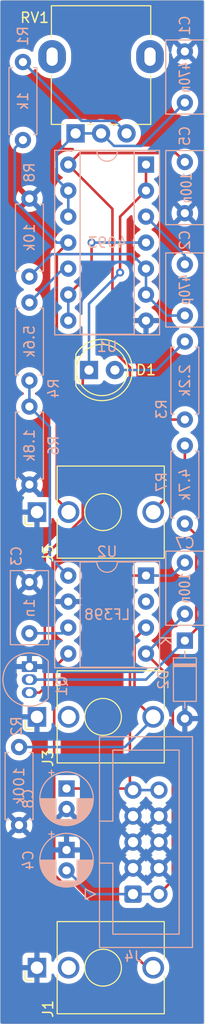
<source format=kicad_pcb>
(kicad_pcb (version 20240108) (generator "pcbnew") (generator_version "8.0")
  (layers (0 "F.Cu" signal) (31 "B.Cu" signal) (34 "B.Paste" user) (35 "F.Paste" user) (36 "B.SilkS" user "B.Silkscreen") (37 "F.SilkS" user "F.Silkscreen") (38 "B.Mask" user) (39 "F.Mask" user) (44 "Edge.Cuts" user))
  (net 0 "")
  (net 1 "Net-(C1-Pad2)")
  (net 2 "GND")
  (net 3 "Net-(C2-Pad2)")
  (net 4 "Net-(C2-Pad1)")
  (net 5 "Net-(U2-C_{h})")
  (net 6 "+12V")
  (net 7 "-12V")
  (net 8 "Net-(D1-K)")
  (net 9 "Net-(D1-A)")
  (net 10 "Net-(D2-K)")
  (net 11 "Net-(J1-PadT)")
  (net 12 "Net-(R1-Pad2)")
  (net 13 "Net-(R4-Pad2)")
  (net 15 "Net-(U1-Pad4)")
  (net 17 "Net-(U2-I)")
  (net 18 "Net-(J5-PadTN)")
  (net 19 "Net-(J5-PadT)")
  (net 20 "Net-(U2-Hold)")
  (footprint "LED_THT:LED_D5.0mm" (layer "F.Cu") (at 28.702 71.12)
    (property "Reference" "D1" (at 5.588 0 0) (layer "F.SilkS"))
    (property "Value" "LED")
    (pad "1" thru_hole rect (at 0 0) (size 1.8 1.8) (drill 0.9) (layers "*.Cu" "*.Mask") (net 8 "Net-(D1-K)"))
    (pad "2" thru_hole circle (at 2.54 0) (size 1.8 1.8) (drill 0.9) (layers "*.Cu" "*.Mask") (net 9 "Net-(D1-A)"))
  )
  (footprint "Potentiometer_THT:Potentiometer_Alpha_RD901F-40-00D_Single_Vertical" (layer "F.Cu") (at 27.385 48.006 90)
    (property "Reference" "RV1" (at 11.303 -4.017 0) (layer "F.SilkS"))
    (property "Value" "1M")
    (pad "" thru_hole oval (at 7.5 -2.3 180) (size 2.72 3.24) (drill oval 1.1 1.8) (layers "*.Cu" "*.Mask"))
    (pad "" thru_hole oval (at 7.5 7.3 180) (size 2.72 3.24) (drill oval 1.1 1.8) (layers "*.Cu" "*.Mask"))
    (pad "1" thru_hole rect (at 0 0 180) (size 1.8 1.8) (drill 1) (layers "*.Cu" "*.Mask") (net 1 "Net-(C1-Pad2)"))
    (pad "2" thru_hole circle (at 0 2.5 180) (size 1.8 1.8) (drill 1) (layers "*.Cu" "*.Mask") (net 1 "Net-(C1-Pad2)"))
    (pad "3" thru_hole circle (at 0 5 180) (size 1.8 1.8) (drill 1) (layers "*.Cu" "*.Mask") (net 12 "Net-(R1-Pad2)"))
  )
  (footprint "Connector_Audio:Jack_3.5mm_QingPu_WQP-PJ398SM_Vertical_CircularHoles" (layer "F.Cu") (at 23.6 85 90)
    (property "Reference" "J5" (at -4.03 1.08 -90) (layer "F.SilkS"))
    (property "Value" "Trigger")
    (pad "S" thru_hole rect (at 0 0 270) (size 1.93 1.83) (drill 1.22) (layers "*.Cu" "*.Mask") (net 2 "GND"))
    (pad "T" thru_hole circle (at 0 11.4 270) (size 2.13 2.13) (drill 1.43) (layers "*.Cu" "*.Mask") (net 19 "Net-(J5-PadT)"))
    (pad "TN" thru_hole circle (at 0 3.1 270) (size 2.13 2.13) (drill 1.42) (layers "*.Cu" "*.Mask") (net 18 "Net-(J5-PadTN)"))
    (zone (net 0) (net_name "") (layer "F.Cu") (connect_pads (clearance 0)) (min_thickness 0.254)
      (keepout (tracks not_allowed) (vias not_allowed) (pads not_allowed) (copperpour not_allowed) (footprints not_allowed))
      (fill (thermal_gap 0.508) (thermal_bridge_width 0.508))
      (polygon (pts (xy 30.08 83.494859) (xy 29.834171 83.51507) (xy 29.594945 83.575159) (xy 29.368744 83.673514) (xy 29.161645 83.807492) (xy 28.97921 83.973496) (xy 28.826336 84.167068) (xy 28.707131 84.383008) (xy 28.624794 84.615518) (xy 28.581539 84.858354) (xy 28.578525 85.104993) (xy 28.615835 85.348813) (xy 28.692466 85.583266) (xy 28.80636 85.802054) (xy 28.954458 85.999303) (xy 29.132784 86.169714) (xy 29.336548 86.308712) (xy 29.560278 86.412564) (xy 29.797965 86.478481) (xy 30.043226 86.504692) (xy 30.289475 86.490493) (xy 30.530099 86.436266) (xy 30.758634 86.343468) (xy 30.968945 86.214589) (xy 31.155382 86.053092) (xy 31.312939 85.863313) (xy 31.437385 85.65035) (xy 31.525377 85.419921) (xy 31.574553 85.178215) (xy 31.583592 84.931722) (xy 31.55225 84.687064) (xy 31.48137 84.450809) (xy 31.372856 84.229303) (xy 31.229621 84.028495) (xy 31.055512 83.853777) (xy 30.855205 83.709842) (xy 30.634079 83.600555) (xy 30.398074 83.528851) (xy 30.153526 83.496656)))
    )
  )
  (footprint "Connector_Audio:Jack_3.5mm_QingPu_WQP-PJ398SM_Vertical_CircularHoles" (layer "F.Cu") (at 23.6 105 90)
    (property "Reference" "J3" (at -4.03 1.08 -90) (layer "F.SilkS"))
    (property "Value" "Input")
    (pad "S" thru_hole rect (at 0 0 270) (size 1.93 1.83) (drill 1.22) (layers "*.Cu" "*.Mask") (net 2 "GND"))
    (pad "T" thru_hole circle (at 0 11.4 270) (size 2.13 2.13) (drill 1.43) (layers "*.Cu" "*.Mask") (net 17 "Net-(U2-I)"))
    (pad "TN" thru_hole circle (at 0 3.1 270) (size 2.13 2.13) (drill 1.42) (layers "*.Cu" "*.Mask"))
    (zone (net 0) (net_name "") (layer "F.Cu") (connect_pads (clearance 0)) (min_thickness 0.254)
      (keepout (tracks not_allowed) (vias not_allowed) (pads not_allowed) (copperpour not_allowed) (footprints not_allowed))
      (fill (thermal_gap 0.508) (thermal_bridge_width 0.508))
      (polygon (pts (xy 30.08 103.494859) (xy 29.834171 103.51507) (xy 29.594945 103.575159) (xy 29.368744 103.673514) (xy 29.161645 103.807492) (xy 28.97921 103.973496) (xy 28.826336 104.167068) (xy 28.707131 104.383008) (xy 28.624794 104.615518) (xy 28.581539 104.858354) (xy 28.578525 105.104993) (xy 28.615835 105.348813) (xy 28.692466 105.583266) (xy 28.80636 105.802054) (xy 28.954458 105.999303) (xy 29.132784 106.169714) (xy 29.336548 106.308712) (xy 29.560278 106.412564) (xy 29.797965 106.478481) (xy 30.043226 106.504692) (xy 30.289475 106.490493) (xy 30.530099 106.436266) (xy 30.758634 106.343468) (xy 30.968945 106.214589) (xy 31.155382 106.053092) (xy 31.312939 105.863313) (xy 31.437385 105.65035) (xy 31.525377 105.419921) (xy 31.574553 105.178215) (xy 31.583592 104.931722) (xy 31.55225 104.687064) (xy 31.48137 104.450809) (xy 31.372856 104.229303) (xy 31.229621 104.028495) (xy 31.055512 103.853777) (xy 30.855205 103.709842) (xy 30.634079 103.600555) (xy 30.398074 103.528851) (xy 30.153526 103.496656)))
    )
  )
  (footprint "Connector_Audio:Jack_3.5mm_QingPu_WQP-PJ398SM_Vertical_CircularHoles" (layer "F.Cu") (at 23.6 129.5 90)
    (property "Reference" "J1" (at -4.03 1.08 -90) (layer "F.SilkS"))
    (property "Value" "Output")
    (pad "S" thru_hole rect (at 0 0 270) (size 1.93 1.83) (drill 1.22) (layers "*.Cu" "*.Mask") (net 2 "GND"))
    (pad "T" thru_hole circle (at 0 11.4 270) (size 2.13 2.13) (drill 1.43) (layers "*.Cu" "*.Mask") (net 11 "Net-(J1-PadT)"))
    (pad "TN" thru_hole circle (at 0 3.1 270) (size 2.13 2.13) (drill 1.42) (layers "*.Cu" "*.Mask"))
    (zone (net 0) (net_name "") (layer "F.Cu") (connect_pads (clearance 0)) (min_thickness 0.254)
      (keepout (tracks not_allowed) (vias not_allowed) (pads not_allowed) (copperpour not_allowed) (footprints not_allowed))
      (fill (thermal_gap 0.508) (thermal_bridge_width 0.508))
      (polygon (pts (xy 30.08 127.994859) (xy 29.834171 128.01507) (xy 29.594945 128.075159) (xy 29.368744 128.173514) (xy 29.161645 128.307492) (xy 28.97921 128.473496) (xy 28.826336 128.667068) (xy 28.707131 128.883008) (xy 28.624794 129.115518) (xy 28.581539 129.358354) (xy 28.578525 129.604993) (xy 28.615835 129.848813) (xy 28.692466 130.083266) (xy 28.80636 130.302054) (xy 28.954458 130.499303) (xy 29.132784 130.669714) (xy 29.336548 130.808712) (xy 29.560278 130.912564) (xy 29.797965 130.978481) (xy 30.043226 131.004692) (xy 30.289475 130.990493) (xy 30.530099 130.936266) (xy 30.758634 130.843468) (xy 30.968945 130.714589) (xy 31.155382 130.553092) (xy 31.312939 130.363313) (xy 31.437385 130.15035) (xy 31.525377 129.919921) (xy 31.574553 129.678215) (xy 31.583592 129.431722) (xy 31.55225 129.187064) (xy 31.48137 128.950809) (xy 31.372856 128.729303) (xy 31.229621 128.528495) (xy 31.055512 128.353777) (xy 30.855205 128.209842) (xy 30.634079 128.100555) (xy 30.398074 128.028851) (xy 30.153526 127.996656)))
    )
  )
  (footprint "Capacitor_THT:C_Rect_L7.0mm_W3.5mm_P5.00mm" (layer "B.Cu") (at 38.1 40 -90)
    (property "Reference" "C1" (at -2.535 0 90) (layer "B.SilkS") (effects (justify mirror)))
    (property "Value" "470n" (at 2.545 0 90) (layer "B.SilkS") (effects (font (size 1 0.8)) (justify mirror)))
    (pad "1" thru_hole circle (at 0 0 270) (size 1.6 1.6) (drill 0.8) (layers "*.Cu" "*.Mask") (net 2 "GND"))
    (pad "2" thru_hole circle (at 5 0 270) (size 1.6 1.6) (drill 0.8) (layers "*.Cu" "*.Mask") (net 1 "Net-(C1-Pad2)"))
  )
  (footprint "Capacitor_THT:C_Rect_L7.0mm_W3.5mm_P5.00mm" (layer "B.Cu") (at 38.1 65.8 90)
    (property "Reference" "C2" (at 7.38 0 90) (layer "B.SilkS") (effects (justify mirror)))
    (property "Value" "470p" (at 2.54 0 90) (layer "B.SilkS") (effects (font (size 1 0.8)) (justify mirror)))
    (pad "1" thru_hole circle (at 0 0 90) (size 1.6 1.6) (drill 0.8) (layers "*.Cu" "*.Mask") (net 4 "Net-(C2-Pad1)"))
    (pad "2" thru_hole circle (at 5 0 90) (size 1.6 1.6) (drill 0.8) (layers "*.Cu" "*.Mask") (net 3 "Net-(C2-Pad2)"))
  )
  (footprint "Capacitor_THT:C_Rect_L7.0mm_W3.5mm_P5.00mm" (layer "B.Cu") (at 22.86 91.835 -90)
    (property "Reference" "C3" (at -2.54 1.27 90) (layer "B.SilkS") (effects (justify mirror)))
    (property "Value" "1n" (at 2.54 0 90) (layer "B.SilkS") (effects (justify mirror)))
    (pad "1" thru_hole circle (at 0 0 270) (size 1.6 1.6) (drill 0.8) (layers "*.Cu" "*.Mask") (net 2 "GND"))
    (pad "2" thru_hole circle (at 5 0 270) (size 1.6 1.6) (drill 0.8) (layers "*.Cu" "*.Mask") (net 5 "Net-(U2-C_{h})"))
  )
  (footprint "Diode_THT:D_DO-35_SOD27_P7.62mm_Horizontal" (layer "B.Cu") (at 38.1 97.55 -90)
    (property "Reference" "D2" (at 3.81 2.12 90) (layer "B.SilkS") (effects (justify mirror)))
    (property "Value" "1N4148")
    (fp_text user "K" (at 0 1.8 90) (layer "B.SilkS") (effects (justify mirror)))
    (pad "1" thru_hole rect (at 0 0 270) (size 1.6 1.6) (drill 0.8) (layers "*.Cu" "*.Mask") (net 10 "Net-(D2-K)"))
    (pad "2" thru_hole oval (at 7.62 0 270) (size 1.6 1.6) (drill 0.8) (layers "*.Cu" "*.Mask") (net 2 "GND"))
  )
  (footprint "Connector_IDC:IDC-Header_2x05_P2.54mm_Vertical" (layer "B.Cu") (at 33.02 122.315)
    (property "Reference" "J4" (at 0 6.1 0) (layer "B.SilkS") (effects (justify mirror)))
    (property "Value" "Power")
    (pad "1" thru_hole roundrect (at 0 0) (size 1.7 1.7) (drill 1) (layers "*.Cu" "*.Mask") (roundrect_rratio 0.1470588235) (net 7 "-12V"))
    (pad "2" thru_hole circle (at 2.54 0) (size 1.7 1.7) (drill 1) (layers "*.Cu" "*.Mask") (net 7 "-12V"))
    (pad "3" thru_hole circle (at 0 -2.54) (size 1.7 1.7) (drill 1) (layers "*.Cu" "*.Mask") (net 2 "GND"))
    (pad "4" thru_hole circle (at 2.54 -2.54) (size 1.7 1.7) (drill 1) (layers "*.Cu" "*.Mask") (net 2 "GND"))
    (pad "5" thru_hole circle (at 0 -5.08) (size 1.7 1.7) (drill 1) (layers "*.Cu" "*.Mask") (net 2 "GND"))
    (pad "6" thru_hole circle (at 2.54 -5.08) (size 1.7 1.7) (drill 1) (layers "*.Cu" "*.Mask") (net 2 "GND"))
    (pad "7" thru_hole circle (at 0 -7.62) (size 1.7 1.7) (drill 1) (layers "*.Cu" "*.Mask") (net 2 "GND"))
    (pad "8" thru_hole circle (at 2.54 -7.62) (size 1.7 1.7) (drill 1) (layers "*.Cu" "*.Mask") (net 2 "GND"))
    (pad "9" thru_hole circle (at 0 -10.16) (size 1.7 1.7) (drill 1) (layers "*.Cu" "*.Mask") (net 6 "+12V"))
    (pad "10" thru_hole circle (at 2.54 -10.16) (size 1.7 1.7) (drill 1) (layers "*.Cu" "*.Mask") (net 6 "+12V"))
  )
  (footprint "Package_TO_SOT_THT:TO-92_Inline" (layer "B.Cu") (at 22.86 100.09 -90)
    (property "Reference" "Q1" (at 1.905 -3.175 -90) (layer "B.SilkS") (effects (justify mirror)))
    (property "Value" "2N3904")
    (pad "1" thru_hole rect (at 0 0 270) (size 1.05 1.5) (drill 0.75) (layers "*.Cu" "*.Mask") (net 2 "GND"))
    (pad "2" thru_hole oval (at 1.27 0 270) (size 1.05 1.5) (drill 0.75) (layers "*.Cu" "*.Mask") (net 10 "Net-(D2-K)"))
    (pad "3" thru_hole oval (at 2.54 0 270) (size 1.05 1.5) (drill 0.75) (layers "*.Cu" "*.Mask") (net 8 "Net-(D1-K)"))
  )
  (footprint "Resistor_THT:R_Axial_DIN0207_L6.3mm_D2.5mm_P7.62mm_Horizontal" (layer "B.Cu") (at 22.225 48.655 90)
    (property "Reference" "R1" (at 10.16 0 -90) (layer "B.SilkS") (effects (justify mirror)))
    (property "Value" "1k" (at 3.81 0 -90) (layer "B.SilkS") (effects (justify mirror)))
    (pad "1" thru_hole circle (at 0 0 90) (size 1.6 1.6) (drill 0.8) (layers "*.Cu" "*.Mask") (net 18 "Net-(J5-PadTN)"))
    (pad "2" thru_hole oval (at 7.62 0 90) (size 1.6 1.6) (drill 0.8) (layers "*.Cu" "*.Mask") (net 12 "Net-(R1-Pad2)"))
  )
  (footprint "Resistor_THT:R_Axial_DIN0207_L6.3mm_D2.5mm_P7.62mm_Horizontal" (layer "B.Cu") (at 38.1 68.34 -90)
    (property "Reference" "R3" (at 6.604 2.286 90) (layer "B.SilkS") (effects (justify mirror)))
    (property "Value" "2.2k" (at 3.81 0 -90) (layer "B.SilkS") (effects (justify mirror)))
    (pad "1" thru_hole circle (at 0 0 270) (size 1.6 1.6) (drill 0.8) (layers "*.Cu" "*.Mask") (net 9 "Net-(D1-A)"))
    (pad "2" thru_hole oval (at 7.62 0 270) (size 1.6 1.6) (drill 0.8) (layers "*.Cu" "*.Mask") (net 6 "+12V"))
  )
  (footprint "Resistor_THT:R_Axial_DIN0207_L6.3mm_D2.5mm_P7.62mm_Horizontal" (layer "B.Cu") (at 22.86 72.15 90)
    (property "Reference" "R4" (at -0.762 2.37 -90) (layer "B.SilkS") (effects (justify mirror)))
    (property "Value" "5.6k" (at 3.81 0 -90) (layer "B.SilkS") (effects (justify mirror)))
    (pad "1" thru_hole circle (at 0 0 90) (size 1.6 1.6) (drill 0.8) (layers "*.Cu" "*.Mask") (net 20 "Net-(U2-Hold)"))
    (pad "2" thru_hole oval (at 7.62 0 90) (size 1.6 1.6) (drill 0.8) (layers "*.Cu" "*.Mask") (net 13 "Net-(R4-Pad2)"))
  )
  (footprint "Resistor_THT:R_Axial_DIN0207_L6.3mm_D2.5mm_P7.62mm_Horizontal" (layer "B.Cu") (at 22.86 82.31 90)
    (property "Reference" "R6" (at 3.81 2.37 90) (layer "B.SilkS") (effects (justify mirror)))
    (property "Value" "1.8k" (at 3.81 0 90) (layer "B.SilkS") (effects (justify mirror)))
    (pad "1" thru_hole circle (at 0 0 90) (size 1.6 1.6) (drill 0.8) (layers "*.Cu" "*.Mask") (net 2 "GND"))
    (pad "2" thru_hole oval (at 7.62 0 90) (size 1.6 1.6) (drill 0.8) (layers "*.Cu" "*.Mask") (net 20 "Net-(U2-Hold)"))
  )
  (footprint "Resistor_THT:R_Axial_DIN0207_L6.3mm_D2.5mm_P7.62mm_Horizontal" (layer "B.Cu") (at 38.1 86.12 90)
    (property "Reference" "R7" (at 4.064 -2.286 -90) (layer "B.SilkS") (effects (justify mirror)))
    (property "Value" "4.7k" (at 3.81 0 90) (layer "B.SilkS") (effects (justify mirror)))
    (pad "1" thru_hole circle (at 0 0 90) (size 1.6 1.6) (drill 0.8) (layers "*.Cu" "*.Mask") (net 10 "Net-(D2-K)"))
    (pad "2" thru_hole oval (at 7.62 0 90) (size 1.6 1.6) (drill 0.8) (layers "*.Cu" "*.Mask") (net 19 "Net-(J5-PadT)"))
  )
  (footprint "Resistor_THT:R_Axial_DIN0207_L6.3mm_D2.5mm_P7.62mm_Horizontal" (layer "B.Cu") (at 22.86 54.37 -90)
    (property "Reference" "R8" (at -2.54 0 90) (layer "B.SilkS") (effects (justify mirror)))
    (property "Value" "10k" (at 3.81 0 90) (layer "B.SilkS") (effects (justify mirror)))
    (pad "1" thru_hole circle (at 0 0 270) (size 1.6 1.6) (drill 0.8) (layers "*.Cu" "*.Mask") (net 2 "GND"))
    (pad "2" thru_hole oval (at 7.62 0 270) (size 1.6 1.6) (drill 0.8) (layers "*.Cu" "*.Mask") (net 4 "Net-(C2-Pad1)"))
  )
  (footprint "Package_DIP:DIP-14_W7.62mm_Socket" (layer "B.Cu") (at 34.29 51.054 180)
    (property "Reference" "U1" (at 3.81 -17.78 0) (layer "B.SilkS") (effects (justify mirror)))
    (property "Value" "4093" (at 3.81 -7.62 0) (layer "B.SilkS") (effects (justify mirror)))
    (pad "1" thru_hole rect (at 0 0 180) (size 1.6 1.6) (drill 0.8) (layers "*.Cu" "*.Mask") (net 8 "Net-(D1-K)"))
    (pad "2" thru_hole oval (at 0 -2.54 180) (size 1.6 1.6) (drill 0.8) (layers "*.Cu" "*.Mask") (net 8 "Net-(D1-K)"))
    (pad "3" thru_hole oval (at 0 -5.08 180) (size 1.6 1.6) (drill 0.8) (layers "*.Cu" "*.Mask") (net 3 "Net-(C2-Pad2)"))
    (pad "4" thru_hole oval (at 0 -7.62 180) (size 1.6 1.6) (drill 0.8) (layers "*.Cu" "*.Mask") (net 15 "Net-(U1-Pad4)"))
    (pad "5" thru_hole oval (at 0 -10.16 180) (size 1.6 1.6) (drill 0.8) (layers "*.Cu" "*.Mask") (net 4 "Net-(C2-Pad1)"))
    (pad "6" thru_hole oval (at 0 -12.7 180) (size 1.6 1.6) (drill 0.8) (layers "*.Cu" "*.Mask") (net 4 "Net-(C2-Pad1)"))
    (pad "7" thru_hole oval (at 0 -15.24 180) (size 1.6 1.6) (drill 0.8) (layers "*.Cu" "*.Mask") (net 2 "GND"))
    (pad "8" thru_hole oval (at 7.62 -15.24 180) (size 1.6 1.6) (drill 0.8) (layers "*.Cu" "*.Mask") (net 15 "Net-(U1-Pad4)"))
    (pad "9" thru_hole oval (at 7.62 -12.7 180) (size 1.6 1.6) (drill 0.8) (layers "*.Cu" "*.Mask") (net 15 "Net-(U1-Pad4)"))
    (pad "10" thru_hole oval (at 7.62 -10.16 180) (size 1.6 1.6) (drill 0.8) (layers "*.Cu" "*.Mask") (net 13 "Net-(R4-Pad2)"))
    (pad "11" thru_hole oval (at 7.62 -7.62 180) (size 1.6 1.6) (drill 0.8) (layers "*.Cu" "*.Mask") (net 18 "Net-(J5-PadTN)"))
    (pad "12" thru_hole oval (at 7.62 -5.08 180) (size 1.6 1.6) (drill 0.8) (layers "*.Cu" "*.Mask") (net 1 "Net-(C1-Pad2)"))
    (pad "13" thru_hole oval (at 7.62 -2.54 180) (size 1.6 1.6) (drill 0.8) (layers "*.Cu" "*.Mask") (net 1 "Net-(C1-Pad2)"))
    (pad "14" thru_hole oval (at 7.62 0 180) (size 1.6 1.6) (drill 0.8) (layers "*.Cu" "*.Mask") (net 6 "+12V"))
  )
  (footprint "Package_DIP:DIP-8_W7.62mm_Socket" (layer "B.Cu") (at 34.29 91.2 180)
    (property "Reference" "U2" (at 3.81 2.33 0) (layer "B.SilkS") (effects (justify mirror)))
    (property "Value" "LF398" (at 3.81 -3.81 0) (layer "B.SilkS") (effects (justify mirror)))
    (pad "1" thru_hole rect (at 0 0 180) (size 1.6 1.6) (drill 0.8) (layers "*.Cu" "*.Mask") (net 6 "+12V"))
    (pad "2" thru_hole oval (at 0 -2.54 180) (size 1.6 1.6) (drill 0.8) (layers "*.Cu" "*.Mask"))
    (pad "3" thru_hole oval (at 0 -5.08 180) (size 1.6 1.6) (drill 0.8) (layers "*.Cu" "*.Mask") (net 17 "Net-(U2-I)"))
    (pad "4" thru_hole oval (at 0 -7.62 180) (size 1.6 1.6) (drill 0.8) (layers "*.Cu" "*.Mask") (net 7 "-12V"))
    (pad "5" thru_hole oval (at 7.62 -7.62 180) (size 1.6 1.6) (drill 0.8) (layers "*.Cu" "*.Mask") (net 11 "Net-(J1-PadT)"))
    (pad "6" thru_hole oval (at 7.62 -5.08 180) (size 1.6 1.6) (drill 0.8) (layers "*.Cu" "*.Mask") (net 5 "Net-(U2-C_{h})"))
    (pad "7" thru_hole oval (at 7.62 -2.54 180) (size 1.6 1.6) (drill 0.8) (layers "*.Cu" "*.Mask") (net 2 "GND"))
    (pad "8" thru_hole oval (at 7.62 0 180) (size 1.6 1.6) (drill 0.8) (layers "*.Cu" "*.Mask") (net 20 "Net-(U2-Hold)"))
  )
  (footprint "Capacitor_THT:C_Rect_L7.0mm_W3.5mm_P5.00mm" (layer "B.Cu") (at 38.1 89.93 -90)
    (property "Reference" "C7" (at -1.905 0 180) (layer "B.SilkS") (effects (justify mirror)))
    (property "Value" "100n" (at 2.5 0 90) (layer "B.SilkS") (effects (font (size 1 0.8)) (justify mirror)))
    (pad "1" thru_hole circle (at 0 0 270) (size 1.6 1.6) (drill 0.8) (layers "*.Cu" "*.Mask") (net 6 "+12V"))
    (pad "2" thru_hole circle (at 5 0 270) (size 1.6 1.6) (drill 0.8) (layers "*.Cu" "*.Mask") (net 7 "-12V"))
  )
  (footprint "Resistor_THT:R_Axial_DIN0207_L6.3mm_D2.5mm_P7.62mm_Horizontal" (layer "B.Cu") (at 21.844 115.57 90)
    (property "Reference" "R2" (at 9.652 -0.254 90) (layer "B.SilkS") (effects (justify mirror)))
    (property "Value" "100k" (at 3.81 0 90) (layer "B.SilkS") (effects (justify mirror)))
    (pad "1" thru_hole circle (at 0 0 90) (size 1.6 1.6) (drill 0.8) (layers "*.Cu" "*.Mask") (net 2 "GND"))
    (pad "2" thru_hole oval (at 7.62 0 90) (size 1.6 1.6) (drill 0.8) (layers "*.Cu" "*.Mask") (net 17 "Net-(U2-I)"))
  )
  (footprint "Capacitor_THT:C_Rect_L7.0mm_W3.5mm_P5.00mm" (layer "B.Cu") (at 38.1 50.8 -90)
    (property "Reference" "C5" (at -2.54 0 90) (layer "B.SilkS") (effects (justify mirror)))
    (property "Value" "100n" (at 2.54508 -0.15748 90) (layer "B.SilkS") (effects (font (size 1 0.8)) (justify mirror)))
    (pad "1" thru_hole circle (at 0 0 270) (size 1.6 1.6) (drill 0.8) (layers "*.Cu" "*.Mask") (net 6 "+12V"))
    (pad "2" thru_hole circle (at 5 0 270) (size 1.6 1.6) (drill 0.8) (layers "*.Cu" "*.Mask") (net 2 "GND"))
  )
  (footprint "Capacitor_THT:CP_Radial_D5.0mm_P2.00mm" (layer "B.Cu") (at 26.5 112 -90)
    (property "Reference" "C8" (at 1 3.75 90) (layer "B.SilkS") (effects (justify mirror)))
    (property "Value" "10uF")
    (pad "1" thru_hole rect (at 0 0 270) (size 1.6 1.6) (drill 0.8) (layers "*.Cu" "*.Mask") (net 6 "+12V"))
    (pad "2" thru_hole circle (at 2 0 270) (size 1.6 1.6) (drill 0.8) (layers "*.Cu" "*.Mask") (net 2 "GND"))
  )
  (footprint "Capacitor_THT:CP_Radial_D5.0mm_P2.00mm" (layer "B.Cu") (at 26.5 118 -90)
    (property "Reference" "C4" (at 1 3.75 90) (layer "B.SilkS") (effects (justify mirror)))
    (property "Value" "10uF")
    (pad "1" thru_hole rect (at 0 0 270) (size 1.6 1.6) (drill 0.8) (layers "*.Cu" "*.Mask") (net 2 "GND"))
    (pad "2" thru_hole circle (at 2 0 270) (size 1.6 1.6) (drill 0.8) (layers "*.Cu" "*.Mask") (net 7 "-12V"))
  )
  (gr_line (start 40 35) (end 20 35) (stroke (width 0.05)) (layer "Edge.Cuts"))
  (gr_line (start 20 135) (end 40 135) (stroke (width 0.05)) (layer "Edge.Cuts"))
  (gr_line (start 20 35) (end 20 135) (stroke (width 0.05)) (layer "Edge.Cuts"))
  (gr_line (start 40 135) (end 40 35) (stroke (width 0.05)) (layer "Edge.Cuts"))
  (segment (start 33.868999 49.231001) (end 38.1 45) (width 0.25) (layer "B.Cu") (net 1))
  (segment (start 29.932 48.006) (end 31.157001 49.231001) (width 0.25) (layer "B.Cu") (net 1))
  (segment (start 26.67 53.594) (end 25.544999 52.468999) (width 0.25) (layer "B.Cu") (net 1))
  (segment (start 31.157001 49.231001) (end 33.868999 49.231001) (width 0.25) (layer "B.Cu") (net 1))
  (segment (start 25.544999 52.468999) (end 25.544999 49.893001) (width 0.25) (layer "B.Cu") (net 1))
  (segment (start 27.432 48.006) (end 29.932 48.006) (width 0.25) (layer "B.Cu") (net 1))
  (segment (start 25.544999 49.893001) (end 27.432 48.006) (width 0.25) (layer "B.Cu") (net 1))
  (segment (start 26.67 56.134) (end 26.67 53.594) (width 0.25) (layer "B.Cu") (net 1))
  (segment (start 34.29 56.134) (end 38.1 59.944) (width 0.25) (layer "B.Cu") (net 3))
  (segment (start 38.1 59.944) (end 38.1 60.8) (width 0.25) (layer "B.Cu") (net 3))
  (segment (start 25.050999 59.799001) (end 32.875001 59.799001) (width 0.25) (layer "B.Cu") (net 4))
  (segment (start 32.875001 59.799001) (end 34.29 61.214) (width 0.25) (layer "B.Cu") (net 4))
  (segment (start 36.336 65.8) (end 34.29 63.754) (width 0.25) (layer "B.Cu") (net 4))
  (segment (start 34.29 61.214) (end 34.29 63.754) (width 0.25) (layer "B.Cu") (net 4))
  (segment (start 22.86 61.99) (end 25.050999 59.799001) (width 0.25) (layer "B.Cu") (net 4))
  (segment (start 38.1 65.8) (end 36.336 65.8) (width 0.25) (layer "B.Cu") (net 4))
  (segment (start 22.86 96.835) (end 26.115 96.835) (width 0.25) (layer "B.Cu") (net 5))
  (segment (start 26.115 96.835) (end 26.67 96.28) (width 0.25) (layer "B.Cu") (net 5))
  (segment (start 27.795001 49.928999) (end 26.67 51.054) (width 0.25) (layer "F.Cu") (net 6))
  (segment (start 26.557 112.155) (end 26.416 112.014) (width 0.25) (layer "F.Cu") (net 6))
  (segment (start 32.714999 91) (end 32.714999 111.849999) (width 0.25) (layer "F.Cu") (net 6))
  (segment (start 32.914999 91.2) (end 32.714999 91) (width 0.25) (layer "F.Cu") (net 6))
  (segment (start 34.29 91.2) (end 32.914999 91.2) (width 0.25) (layer "F.Cu") (net 6))
  (segment (start 31 55.384) (end 31 69.145588) (width 0.25) (layer "F.Cu") (net 6))
  (segment (start 32.714999 111.849999) (end 33.02 112.155) (width 0.25) (layer "F.Cu") (net 6))
  (segment (start 37.228999 49.928999) (end 27.795001 49.928999) (width 0.25) (layer "F.Cu") (net 6))
  (segment (start 38.1 50.8) (end 37.228999 49.928999) (width 0.25) (layer "F.Cu") (net 6))
  (segment (start 31 69.145588) (end 32.714999 70.860587) (width 0.25) (layer "F.Cu") (net 6))
  (segment (start 26.5 112) (end 32.865 112) (width 0.25) (layer "F.Cu") (net 6))
  (segment (start 32.714999 76) (end 32.714999 91) (width 0.25) (layer "F.Cu") (net 6))
  (segment (start 32.714999 70.860587) (end 32.714999 76) (width 0.25) (layer "F.Cu") (net 6))
  (segment (start 38.1 75.96) (end 32.754999 75.96) (width 0.25) (layer "F.Cu") (net 6))
  (segment (start 26.67 51.054) (end 31 55.384) (width 0.25) (layer "F.Cu") (net 6))
  (segment (start 32.865 112) (end 33.02 112.155) (width 0.25) (layer "F.Cu") (net 6))
  (segment (start 32.754999 75.96) (end 32.714999 76) (width 0.25) (layer "F.Cu") (net 6))
  (segment (start 35.56 112.155) (end 33.02 112.155) (width 0.25) (layer "B.Cu") (net 6))
  (segment (start 36.83 91.2) (end 38.1 89.93) (width 0.25) (layer "B.Cu") (net 6))
  (segment (start 34.29 91.2) (end 36.83 91.2) (width 0.25) (layer "B.Cu") (net 6))
  (segment (start 36.920001 120.954999) (end 35.56 122.315) (width 0.25) (layer "F.Cu") (net 7))
  (segment (start 36.920001 101.450001) (end 36.920001 120.954999) (width 0.25) (layer "F.Cu") (net 7))
  (segment (start 34.29 98.82) (end 36.920001 101.450001) (width 0.25) (layer "F.Cu") (net 7))
  (segment (start 33.02 122.315) (end 28.875 122.315) (width 0.25) (layer "B.Cu") (net 7))
  (segment (start 35.56 122.315) (end 33.02 122.315) (width 0.25) (layer "B.Cu") (net 7))
  (segment (start 34.29 98.82) (end 38.1 95.01) (width 0.25) (layer "B.Cu") (net 7))
  (segment (start 38.1 95.01) (end 38.1 94.93) (width 0.25) (layer "B.Cu") (net 7))
  (segment (start 28.875 122.315) (end 26.416 119.856) (width 0.25) (layer "B.Cu") (net 7))
  (segment (start 24.37 89.181702) (end 24.484055 89.181702) (width 0.25) (layer "F.Cu") (net 8))
  (segment (start 22.86 102.63) (end 23.86 102.63) (width 0.25) (layer "F.Cu") (net 8))
  (segment (start 24.484055 89.181702) (end 28.09 85.575757) (width 0.25) (layer "F.Cu") (net 8))
  (segment (start 28.09 85.575757) (end 28.09 71.732) (width 0.25) (layer "F.Cu") (net 8))
  (segment (start 24.37 102.12) (end 24.37 89.181702) (width 0.25) (layer "F.Cu") (net 8))
  (segment (start 28.09 71.732) (end 28.702 71.12) (width 0.25) (layer "F.Cu") (net 8))
  (segment (start 34.29 53.594) (end 34.29 51.054) (width 0.25) (layer "F.Cu") (net 8))
  (segment (start 31.75 56.134) (end 34.29 53.594) (width 0.25) (layer "F.Cu") (net 8))
  (segment (start 31.75 61.595) (end 31.75 56.134) (width 0.25) (layer "F.Cu") (net 8))
  (segment (start 23.86 102.63) (end 24.37 102.12) (width 0.25) (layer "F.Cu") (net 8))
  (via (at 31.75 61.595) (size 0.8) (drill 0.4) (layers "F.Cu" "B.Cu") (net 8))
  (segment (start 28.702 71.12) (end 28.702 64.643) (width 0.25) (layer "B.Cu") (net 8))
  (segment (start 28.702 64.643) (end 31.75 61.595) (width 0.25) (layer "B.Cu") (net 8))
  (segment (start 31.242 71.12) (end 35.32 71.12) (width 0.25) (layer "B.Cu") (net 9))
  (segment (start 35.32 71.12) (end 38.1 68.34) (width 0.25) (layer "B.Cu") (net 9))
  (segment (start 39.225001 87.245001) (end 38.1 86.12) (width 0.25) (layer "F.Cu") (net 10))
  (segment (start 39.225001 96.424999) (end 39.225001 87.245001) (width 0.25) (layer "F.Cu") (net 10))
  (segment (start 38.1 97.55) (end 39.225001 96.424999) (width 0.25) (layer "F.Cu") (net 10))
  (segment (start 34.29 101.36) (end 38.1 97.55) (width 0.25) (layer "B.Cu") (net 10))
  (segment (start 22.86 101.36) (end 34.29 101.36) (width 0.25) (layer "B.Cu") (net 10))
  (segment (start 34.180998 129.286) (end 35.022 129.286) (width 0.25) (layer "F.Cu") (net 11))
  (segment (start 25.290999 120.396001) (end 34.180998 129.286) (width 0.25) (layer "F.Cu") (net 11))
  (segment (start 26.67 98.82) (end 25.290999 100.199001) (width 0.25) (layer "F.Cu") (net 11))
  (segment (start 25.290999 100.199001) (end 25.290999 120.396001) (width 0.25) (layer "F.Cu") (net 11))
  (segment (start 22.225 41.035) (end 27.970999 46.780999) (width 0.25) (layer "B.Cu") (net 12))
  (segment (start 31.206999 46.780999) (end 32.432 48.006) (width 0.25) (layer "B.Cu") (net 12))
  (segment (start 27.970999 46.780999) (end 31.206999 46.780999) (width 0.25) (layer "B.Cu") (net 12))
  (segment (start 26.176 61.214) (end 26.67 61.214) (width 0.25) (layer "B.Cu") (net 13))
  (segment (start 22.86 64.53) (end 26.176 61.214) (width 0.25) (layer "B.Cu") (net 13))
  (segment (start 28.956 61.468) (end 28.956 58.674) (width 0.25) (layer "F.Cu") (net 15))
  (segment (start 26.67 63.754) (end 28.956 61.468) (width 0.25) (layer "F.Cu") (net 15))
  (via (at 28.956 58.674) (size 0.8) (drill 0.4) (layers "F.Cu" "B.Cu") (net 15))
  (segment (start 26.67 66.294) (end 26.67 63.754) (width 0.25) (layer "B.Cu") (net 15))
  (segment (start 28.956 58.674) (end 34.29 58.674) (width 0.25) (layer "B.Cu") (net 15))
  (segment (start 33.164999 97.405001) (end 33.164999 103.298999) (width 0.25) (layer "F.Cu") (net 17))
  (segment (start 33.164999 103.298999) (end 35.022 105.156) (width 0.25) (layer "F.Cu") (net 17))
  (segment (start 34.29 96.28) (end 33.164999 97.405001) (width 0.25) (layer "F.Cu") (net 17))
  (segment (start 32.228 107.95) (end 35.022 105.156) (width 0.25) (layer "B.Cu") (net 17))
  (segment (start 21.844 107.95) (end 32.228 107.95) (width 0.25) (layer "B.Cu") (net 17))
  (segment (start 25.544999 83.722499) (end 26.6585 84.836) (width 0.25) (layer "F.Cu") (net 18))
  (segment (start 25.544999 59.799001) (end 25.544999 83.722499) (width 0.25) (layer "F.Cu") (net 18))
  (segment (start 26.67 58.674) (end 25.544999 59.799001) (width 0.25) (layer "F.Cu") (net 18))
  (segment (start 25.53863 58.674) (end 26.67 58.674) (width 0.25) (layer "B.Cu") (net 18))
  (segment (start 21.425001 54.560371) (end 25.53863 58.674) (width 0.25) (layer "B.Cu") (net 18))
  (segment (start 21.425001 49.454999) (end 21.425001 54.560371) (width 0.25) (layer "B.Cu") (net 18))
  (segment (start 22.225 48.655) (end 21.425001 49.454999) (width 0.25) (layer "B.Cu") (net 18))
  (segment (start 38.1 81.758) (end 35.022 84.836) (width 0.25) (layer "F.Cu") (net 19))
  (segment (start 38.1 78.5) (end 38.1 81.758) (width 0.25) (layer "F.Cu") (net 19))
  (segment (start 22.86 74.69) (end 24.862001 76.692001) (width 0.25) (layer "B.Cu") (net 20))
  (segment (start 24.862001 76.692001) (end 24.862001 89.392001) (width 0.25) (layer "B.Cu") (net 20))
  (segment (start 22.86 72.15) (end 22.86 74.69) (width 0.25) (layer "B.Cu") (net 20))
  (segment (start 24.862001 89.392001) (end 26.67 91.2) (width 0.25) (layer "B.Cu") (net 20))
  (zone (net 2) (net_name "GND") (layer "F.Cu") (connect_pads (clearance 0.508)) (min_thickness 0.254) (fill yes (thermal_gap 0.508) (thermal_bridge_width 0.508))
    (polygon (pts (xy 40 135) (xy 20 135) (xy 20 35) (xy 40 35)))
  )
  (zone (net 2) (net_name "GND") (layer "B.Cu") (connect_pads (clearance 0.508)) (min_thickness 0.254) (fill yes (thermal_gap 0.508) (thermal_bridge_width 0.508))
    (polygon (pts (xy 40 135) (xy 20 135) (xy 20 35) (xy 40 35)))
  )
)
</source>
